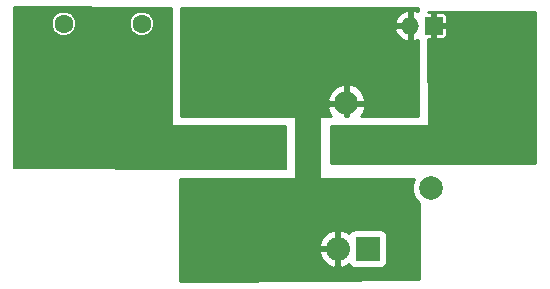
<source format=gbl>
G04 #@! TF.FileFunction,Copper,L2,Bot,Signal*
%FSLAX46Y46*%
G04 Gerber Fmt 4.6, Leading zero omitted, Abs format (unit mm)*
G04 Created by KiCad (PCBNEW 0.201503210816+5526~22~ubuntu14.10.1-product) date Mon 23 Mar 2015 01:39:21 PM EDT*
%MOMM*%
G01*
G04 APERTURE LIST*
%ADD10C,0.100000*%
%ADD11R,2.032000X2.032000*%
%ADD12O,2.032000X2.032000*%
%ADD13C,1.600000*%
%ADD14R,1.500000X1.500000*%
%ADD15O,1.500000X1.500000*%
%ADD16C,1.998980*%
%ADD17C,0.685800*%
%ADD18C,0.152400*%
%ADD19C,0.254000*%
G04 APERTURE END LIST*
D10*
D11*
X175006000Y-117703600D03*
D12*
X172466000Y-117703600D03*
D13*
X155868760Y-98643440D03*
X149268760Y-98643440D03*
D14*
X180594000Y-98806000D03*
D15*
X178594000Y-98806000D03*
D16*
X173191898Y-105373898D03*
X180376102Y-112558102D03*
D17*
X178435000Y-100965000D03*
X178435000Y-102870000D03*
X160655000Y-99695000D03*
X160655000Y-97790000D03*
X163195000Y-97790000D03*
X163195000Y-99695000D03*
X163195000Y-101600000D03*
X163195000Y-103505000D03*
X163195000Y-105410000D03*
X165735000Y-105410000D03*
X165735000Y-103505000D03*
X165735000Y-101600000D03*
X165735000Y-99695000D03*
X165735000Y-97790000D03*
X168275000Y-97790000D03*
X168275000Y-99695000D03*
X168275000Y-101600000D03*
X168275000Y-103505000D03*
X168275000Y-105410000D03*
X170815000Y-105410000D03*
X170815000Y-103505000D03*
X170815000Y-101600000D03*
X170815000Y-99695000D03*
X170815000Y-97790000D03*
X173355000Y-97790000D03*
X173355000Y-99695000D03*
X173355000Y-101600000D03*
X173355000Y-103505000D03*
X175895000Y-105410000D03*
X175895000Y-103505000D03*
X175895000Y-101600000D03*
X175895000Y-99695000D03*
X175895000Y-97790000D03*
X160655000Y-103505000D03*
X160655000Y-101600000D03*
X170180000Y-106680000D03*
X170180000Y-108585000D03*
X170180000Y-110490000D03*
X170180000Y-112395000D03*
X170180000Y-114300000D03*
X167640000Y-114300000D03*
X165100000Y-114300000D03*
X160020000Y-116205000D03*
X162560000Y-116205000D03*
X165735000Y-116205000D03*
X168910000Y-116205000D03*
X170180000Y-118110000D03*
X167640000Y-118110000D03*
X164465000Y-118110000D03*
X161290000Y-118110000D03*
X160020000Y-120015000D03*
X163195000Y-120015000D03*
X166370000Y-120015000D03*
X169545000Y-120015000D03*
X173355000Y-120015000D03*
X176530000Y-120015000D03*
X177165000Y-116840000D03*
X177165000Y-114935000D03*
X175895000Y-113030000D03*
X156845000Y-107950000D03*
X159385000Y-107950000D03*
X161925000Y-107950000D03*
X164465000Y-107950000D03*
X167005000Y-107950000D03*
X164465000Y-109855000D03*
X161925000Y-109855000D03*
X159385000Y-109855000D03*
X156845000Y-109855000D03*
X153670000Y-109855000D03*
X151130000Y-109855000D03*
X148590000Y-109855000D03*
X146050000Y-109855000D03*
X146050000Y-107950000D03*
X146050000Y-106045000D03*
X146050000Y-104140000D03*
X154305000Y-108585000D03*
X152400000Y-108585000D03*
X149860000Y-108585000D03*
X147955000Y-108585000D03*
X157480000Y-103505000D03*
X155575000Y-103505000D03*
X184150000Y-102235000D03*
X183515000Y-100330000D03*
X185420000Y-100330000D03*
X187960000Y-100330000D03*
X187960000Y-98425000D03*
X185420000Y-98425000D03*
X183515000Y-98425000D03*
X181610000Y-102235000D03*
X184785000Y-109855000D03*
X182245000Y-109855000D03*
X180340000Y-109220000D03*
X177165000Y-109220000D03*
X174625000Y-109220000D03*
X173355000Y-107950000D03*
X175895000Y-107950000D03*
X178435000Y-107950000D03*
X180975000Y-107950000D03*
X183515000Y-107950000D03*
X186055000Y-107950000D03*
X188595000Y-107950000D03*
X188595000Y-106045000D03*
X186690000Y-106045000D03*
X184150000Y-106045000D03*
X183515000Y-104140000D03*
X185420000Y-104140000D03*
X187960000Y-104140000D03*
X186690000Y-102235000D03*
X187960000Y-109855000D03*
D18*
X178435000Y-100965000D02*
X178435000Y-102870000D01*
X160655000Y-99695000D02*
X160655000Y-97790000D01*
X163195000Y-97790000D02*
X163195000Y-99695000D01*
X163195000Y-101600000D02*
X163195000Y-103505000D01*
X163195000Y-105410000D02*
X165735000Y-105410000D01*
X165735000Y-103505000D02*
X165735000Y-101600000D01*
X165735000Y-99695000D02*
X165735000Y-97790000D01*
X168275000Y-97790000D02*
X168275000Y-99695000D01*
X168275000Y-101600000D02*
X168275000Y-103505000D01*
X168275000Y-105410000D02*
X170815000Y-105410000D01*
X170815000Y-103505000D02*
X170815000Y-101600000D01*
X170815000Y-99695000D02*
X170815000Y-97790000D01*
X173355000Y-97790000D02*
X173355000Y-99695000D01*
X173355000Y-101600000D02*
X173355000Y-103505000D01*
X173355000Y-105410000D02*
X175895000Y-105410000D01*
X175895000Y-103505000D02*
X175895000Y-101600000D01*
X175895000Y-99695000D02*
X175895000Y-97790000D01*
X160655000Y-103505000D02*
X160655000Y-101600000D01*
X170180000Y-106680000D02*
X170180000Y-108585000D01*
X170180000Y-110490000D02*
X170180000Y-112395000D01*
X170180000Y-114300000D02*
X167640000Y-114300000D01*
X165100000Y-114300000D02*
X163195000Y-114300000D01*
X163195000Y-114300000D02*
X161925000Y-115570000D01*
X161925000Y-115570000D02*
X160655000Y-115570000D01*
X160655000Y-115570000D02*
X160020000Y-116205000D01*
X162560000Y-116205000D02*
X165735000Y-116205000D01*
X168910000Y-116205000D02*
X170180000Y-117475000D01*
X170180000Y-117475000D02*
X170180000Y-118110000D01*
X167640000Y-118110000D02*
X164465000Y-118110000D01*
X161290000Y-118110000D02*
X160020000Y-119380000D01*
X160020000Y-119380000D02*
X160020000Y-120015000D01*
X163195000Y-120015000D02*
X166370000Y-120015000D01*
X169545000Y-120015000D02*
X173355000Y-120015000D01*
X176530000Y-120015000D02*
X177165000Y-119380000D01*
X177165000Y-119380000D02*
X177165000Y-116840000D01*
X177165000Y-114935000D02*
X175895000Y-113665000D01*
X175895000Y-113665000D02*
X175895000Y-113030000D01*
X156845000Y-107950000D02*
X159385000Y-107950000D01*
X161925000Y-107950000D02*
X164465000Y-107950000D01*
X167005000Y-107950000D02*
X165100000Y-109855000D01*
X165100000Y-109855000D02*
X164465000Y-109855000D01*
X161925000Y-109855000D02*
X159385000Y-109855000D01*
X156845000Y-109855000D02*
X153670000Y-109855000D01*
X151130000Y-109855000D02*
X148590000Y-109855000D01*
X146050000Y-109855000D02*
X146050000Y-107950000D01*
X146050000Y-106045000D02*
X146050000Y-104140000D01*
X154305000Y-108585000D02*
X152400000Y-108585000D01*
X149860000Y-108585000D02*
X147955000Y-108585000D01*
X157480000Y-103505000D02*
X155575000Y-103505000D01*
X181610000Y-102235000D02*
X184150000Y-102235000D01*
X185420000Y-100330000D02*
X183515000Y-100330000D01*
X187960000Y-98425000D02*
X187960000Y-100330000D01*
X183515000Y-98425000D02*
X185420000Y-98425000D01*
X187960000Y-109855000D02*
X184785000Y-109855000D01*
X180975000Y-109855000D02*
X182245000Y-109855000D01*
X180340000Y-109220000D02*
X180975000Y-109855000D01*
X174625000Y-109220000D02*
X177165000Y-109220000D01*
X175895000Y-107950000D02*
X173355000Y-107950000D01*
X180975000Y-107950000D02*
X178435000Y-107950000D01*
X186055000Y-107950000D02*
X183515000Y-107950000D01*
X188595000Y-106045000D02*
X188595000Y-107950000D01*
X184150000Y-106045000D02*
X186690000Y-106045000D01*
X185420000Y-104140000D02*
X183515000Y-104140000D01*
X187960000Y-103505000D02*
X187960000Y-104140000D01*
X186690000Y-102235000D02*
X187960000Y-103505000D01*
G36*
X168071800Y-110921717D02*
X156897538Y-110909479D01*
X156897538Y-98439737D01*
X156741273Y-98061546D01*
X156452176Y-97771944D01*
X156074259Y-97615019D01*
X155665057Y-97614662D01*
X155286866Y-97770927D01*
X154997264Y-98060024D01*
X154840339Y-98437941D01*
X154839982Y-98847143D01*
X154996247Y-99225334D01*
X155285344Y-99514936D01*
X155663261Y-99671861D01*
X156072463Y-99672218D01*
X156450654Y-99515953D01*
X156740256Y-99226856D01*
X156897181Y-98848939D01*
X156897538Y-98439737D01*
X156897538Y-110909479D01*
X150297538Y-110902252D01*
X150297538Y-98439737D01*
X150141273Y-98061546D01*
X149852176Y-97771944D01*
X149474259Y-97615019D01*
X149065057Y-97614662D01*
X148686866Y-97770927D01*
X148397264Y-98060024D01*
X148240339Y-98437941D01*
X148239982Y-98847143D01*
X148396247Y-99225334D01*
X148685344Y-99514936D01*
X149063261Y-99671861D01*
X149472463Y-99672218D01*
X149850654Y-99515953D01*
X150140256Y-99226856D01*
X150297181Y-98848939D01*
X150297538Y-98439737D01*
X150297538Y-110902252D01*
X145058600Y-110896515D01*
X145058600Y-97256798D01*
X158420186Y-97281858D01*
X158470987Y-107264200D01*
X168071800Y-107264200D01*
X168071800Y-110921717D01*
X168071800Y-110921717D01*
G37*
X168071800Y-110921717D02*
X156897538Y-110909479D01*
X156897538Y-98439737D01*
X156741273Y-98061546D01*
X156452176Y-97771944D01*
X156074259Y-97615019D01*
X155665057Y-97614662D01*
X155286866Y-97770927D01*
X154997264Y-98060024D01*
X154840339Y-98437941D01*
X154839982Y-98847143D01*
X154996247Y-99225334D01*
X155285344Y-99514936D01*
X155663261Y-99671861D01*
X156072463Y-99672218D01*
X156450654Y-99515953D01*
X156740256Y-99226856D01*
X156897181Y-98848939D01*
X156897538Y-98439737D01*
X156897538Y-110909479D01*
X150297538Y-110902252D01*
X150297538Y-98439737D01*
X150141273Y-98061546D01*
X149852176Y-97771944D01*
X149474259Y-97615019D01*
X149065057Y-97614662D01*
X148686866Y-97770927D01*
X148397264Y-98060024D01*
X148240339Y-98437941D01*
X148239982Y-98847143D01*
X148396247Y-99225334D01*
X148685344Y-99514936D01*
X149063261Y-99671861D01*
X149472463Y-99672218D01*
X149850654Y-99515953D01*
X150140256Y-99226856D01*
X150297181Y-98848939D01*
X150297538Y-98439737D01*
X150297538Y-110902252D01*
X145058600Y-110896515D01*
X145058600Y-97256798D01*
X158420186Y-97281858D01*
X158470987Y-107264200D01*
X168071800Y-107264200D01*
X168071800Y-110921717D01*
D19*
G36*
X179324000Y-120269786D02*
X176669440Y-120286274D01*
X176669440Y-118719600D01*
X176669440Y-116687600D01*
X176622463Y-116445477D01*
X176482673Y-116232673D01*
X176271640Y-116090223D01*
X176022000Y-116040160D01*
X173990000Y-116040160D01*
X173747877Y-116087137D01*
X173535073Y-116226927D01*
X173427262Y-116386643D01*
X173330818Y-116297215D01*
X172848944Y-116097625D01*
X172593000Y-116216764D01*
X172593000Y-117576600D01*
X172613000Y-117576600D01*
X172613000Y-117830600D01*
X172593000Y-117830600D01*
X172593000Y-119190436D01*
X172848944Y-119309575D01*
X173330818Y-119109985D01*
X173427835Y-119020025D01*
X173529327Y-119174527D01*
X173740360Y-119316977D01*
X173990000Y-119367040D01*
X176022000Y-119367040D01*
X176264123Y-119320063D01*
X176476927Y-119180273D01*
X176619377Y-118969240D01*
X176669440Y-118719600D01*
X176669440Y-120286274D01*
X172339000Y-120313171D01*
X172339000Y-119190436D01*
X172339000Y-117830600D01*
X172339000Y-117576600D01*
X172339000Y-116216764D01*
X172083056Y-116097625D01*
X171601182Y-116297215D01*
X171128812Y-116735221D01*
X170860017Y-117320654D01*
X170978633Y-117576600D01*
X172339000Y-117576600D01*
X172339000Y-117830600D01*
X170978633Y-117830600D01*
X170860017Y-118086546D01*
X171128812Y-118671979D01*
X171601182Y-119109985D01*
X172083056Y-119309575D01*
X172339000Y-119190436D01*
X172339000Y-120313171D01*
X159131000Y-120395209D01*
X159131000Y-111760000D01*
X168973500Y-111760000D01*
X168973500Y-106426000D01*
X159194500Y-106426000D01*
X159194500Y-99822000D01*
X159194500Y-99568000D01*
X159194500Y-97345500D01*
X179260500Y-97345500D01*
X179260500Y-97598422D01*
X178935185Y-97463682D01*
X178721000Y-97586344D01*
X178721000Y-98679000D01*
X178741000Y-98679000D01*
X178741000Y-98933000D01*
X178721000Y-98933000D01*
X178721000Y-100025656D01*
X178935185Y-100148318D01*
X179260500Y-100013577D01*
X179260500Y-106426000D01*
X178467000Y-106426000D01*
X178467000Y-100025656D01*
X178467000Y-98933000D01*
X178467000Y-98679000D01*
X178467000Y-97586344D01*
X178252815Y-97463682D01*
X177886086Y-97615575D01*
X177484417Y-97977098D01*
X177251672Y-98464813D01*
X177373575Y-98679000D01*
X178467000Y-98679000D01*
X178467000Y-98933000D01*
X177373575Y-98933000D01*
X177251672Y-99147187D01*
X177484417Y-99634902D01*
X177886086Y-99996425D01*
X178252815Y-100148318D01*
X178467000Y-100025656D01*
X178467000Y-106426000D01*
X174445439Y-106426000D01*
X174610862Y-106247856D01*
X174813239Y-105759276D01*
X174813239Y-104988520D01*
X174542344Y-104397395D01*
X174065856Y-103954934D01*
X173577276Y-103752557D01*
X173318898Y-103871494D01*
X173318898Y-105246898D01*
X174694302Y-105246898D01*
X174813239Y-104988520D01*
X174813239Y-105759276D01*
X174694302Y-105500898D01*
X173498506Y-105500898D01*
X173385647Y-105388039D01*
X173206039Y-105567647D01*
X173318898Y-105680506D01*
X173318898Y-106426000D01*
X173064898Y-106426000D01*
X173064898Y-105680506D01*
X173177757Y-105567647D01*
X173064898Y-105454788D01*
X173064898Y-105246898D01*
X173064898Y-103871494D01*
X172806520Y-103752557D01*
X172215395Y-104023452D01*
X171772934Y-104499940D01*
X171570557Y-104988520D01*
X171689494Y-105246898D01*
X173064898Y-105246898D01*
X173064898Y-105454788D01*
X172998149Y-105388039D01*
X172885289Y-105500898D01*
X171689494Y-105500898D01*
X171570557Y-105759276D01*
X171841452Y-106350401D01*
X171922864Y-106426000D01*
X170878500Y-106426000D01*
X170878500Y-111760000D01*
X178937702Y-111760000D01*
X178741896Y-112231555D01*
X178741328Y-112881796D01*
X178989640Y-113482757D01*
X179324000Y-113817700D01*
X179324000Y-120269786D01*
X179324000Y-120269786D01*
G37*
X179324000Y-120269786D02*
X176669440Y-120286274D01*
X176669440Y-118719600D01*
X176669440Y-116687600D01*
X176622463Y-116445477D01*
X176482673Y-116232673D01*
X176271640Y-116090223D01*
X176022000Y-116040160D01*
X173990000Y-116040160D01*
X173747877Y-116087137D01*
X173535073Y-116226927D01*
X173427262Y-116386643D01*
X173330818Y-116297215D01*
X172848944Y-116097625D01*
X172593000Y-116216764D01*
X172593000Y-117576600D01*
X172613000Y-117576600D01*
X172613000Y-117830600D01*
X172593000Y-117830600D01*
X172593000Y-119190436D01*
X172848944Y-119309575D01*
X173330818Y-119109985D01*
X173427835Y-119020025D01*
X173529327Y-119174527D01*
X173740360Y-119316977D01*
X173990000Y-119367040D01*
X176022000Y-119367040D01*
X176264123Y-119320063D01*
X176476927Y-119180273D01*
X176619377Y-118969240D01*
X176669440Y-118719600D01*
X176669440Y-120286274D01*
X172339000Y-120313171D01*
X172339000Y-119190436D01*
X172339000Y-117830600D01*
X172339000Y-117576600D01*
X172339000Y-116216764D01*
X172083056Y-116097625D01*
X171601182Y-116297215D01*
X171128812Y-116735221D01*
X170860017Y-117320654D01*
X170978633Y-117576600D01*
X172339000Y-117576600D01*
X172339000Y-117830600D01*
X170978633Y-117830600D01*
X170860017Y-118086546D01*
X171128812Y-118671979D01*
X171601182Y-119109985D01*
X172083056Y-119309575D01*
X172339000Y-119190436D01*
X172339000Y-120313171D01*
X159131000Y-120395209D01*
X159131000Y-111760000D01*
X168973500Y-111760000D01*
X168973500Y-106426000D01*
X159194500Y-106426000D01*
X159194500Y-99822000D01*
X159194500Y-99568000D01*
X159194500Y-97345500D01*
X179260500Y-97345500D01*
X179260500Y-97598422D01*
X178935185Y-97463682D01*
X178721000Y-97586344D01*
X178721000Y-98679000D01*
X178741000Y-98679000D01*
X178741000Y-98933000D01*
X178721000Y-98933000D01*
X178721000Y-100025656D01*
X178935185Y-100148318D01*
X179260500Y-100013577D01*
X179260500Y-106426000D01*
X178467000Y-106426000D01*
X178467000Y-100025656D01*
X178467000Y-98933000D01*
X178467000Y-98679000D01*
X178467000Y-97586344D01*
X178252815Y-97463682D01*
X177886086Y-97615575D01*
X177484417Y-97977098D01*
X177251672Y-98464813D01*
X177373575Y-98679000D01*
X178467000Y-98679000D01*
X178467000Y-98933000D01*
X177373575Y-98933000D01*
X177251672Y-99147187D01*
X177484417Y-99634902D01*
X177886086Y-99996425D01*
X178252815Y-100148318D01*
X178467000Y-100025656D01*
X178467000Y-106426000D01*
X174445439Y-106426000D01*
X174610862Y-106247856D01*
X174813239Y-105759276D01*
X174813239Y-104988520D01*
X174542344Y-104397395D01*
X174065856Y-103954934D01*
X173577276Y-103752557D01*
X173318898Y-103871494D01*
X173318898Y-105246898D01*
X174694302Y-105246898D01*
X174813239Y-104988520D01*
X174813239Y-105759276D01*
X174694302Y-105500898D01*
X173498506Y-105500898D01*
X173385647Y-105388039D01*
X173206039Y-105567647D01*
X173318898Y-105680506D01*
X173318898Y-106426000D01*
X173064898Y-106426000D01*
X173064898Y-105680506D01*
X173177757Y-105567647D01*
X173064898Y-105454788D01*
X173064898Y-105246898D01*
X173064898Y-103871494D01*
X172806520Y-103752557D01*
X172215395Y-104023452D01*
X171772934Y-104499940D01*
X171570557Y-104988520D01*
X171689494Y-105246898D01*
X173064898Y-105246898D01*
X173064898Y-105454788D01*
X172998149Y-105388039D01*
X172885289Y-105500898D01*
X171689494Y-105500898D01*
X171570557Y-105759276D01*
X171841452Y-106350401D01*
X171922864Y-106426000D01*
X170878500Y-106426000D01*
X170878500Y-111760000D01*
X178937702Y-111760000D01*
X178741896Y-112231555D01*
X178741328Y-112881796D01*
X178989640Y-113482757D01*
X179324000Y-113817700D01*
X179324000Y-120269786D01*
G36*
X189204600Y-110464600D02*
X181725000Y-110464600D01*
X181725000Y-99631786D01*
X181725000Y-99028250D01*
X181725000Y-98583750D01*
X181725000Y-97980214D01*
X181666996Y-97840180D01*
X181559819Y-97733004D01*
X181419785Y-97675000D01*
X181268214Y-97675000D01*
X180816250Y-97675000D01*
X180721000Y-97770250D01*
X180721000Y-98679000D01*
X181629750Y-98679000D01*
X181725000Y-98583750D01*
X181725000Y-99028250D01*
X181629750Y-98933000D01*
X180721000Y-98933000D01*
X180721000Y-99841750D01*
X180816250Y-99937000D01*
X181268214Y-99937000D01*
X181419785Y-99937000D01*
X181559819Y-99878996D01*
X181666996Y-99771820D01*
X181725000Y-99631786D01*
X181725000Y-110464600D01*
X171881800Y-110464600D01*
X171881800Y-107264200D01*
X180162870Y-107264200D01*
X180124305Y-99937000D01*
X180371750Y-99937000D01*
X180467000Y-99841750D01*
X180467000Y-98933000D01*
X180447000Y-98933000D01*
X180447000Y-98679000D01*
X180467000Y-98679000D01*
X180467000Y-97770250D01*
X180371750Y-97675000D01*
X180112400Y-97675000D01*
X180112070Y-97612200D01*
X189204600Y-97612200D01*
X189204600Y-110464600D01*
X189204600Y-110464600D01*
G37*
X189204600Y-110464600D02*
X181725000Y-110464600D01*
X181725000Y-99631786D01*
X181725000Y-99028250D01*
X181725000Y-98583750D01*
X181725000Y-97980214D01*
X181666996Y-97840180D01*
X181559819Y-97733004D01*
X181419785Y-97675000D01*
X181268214Y-97675000D01*
X180816250Y-97675000D01*
X180721000Y-97770250D01*
X180721000Y-98679000D01*
X181629750Y-98679000D01*
X181725000Y-98583750D01*
X181725000Y-99028250D01*
X181629750Y-98933000D01*
X180721000Y-98933000D01*
X180721000Y-99841750D01*
X180816250Y-99937000D01*
X181268214Y-99937000D01*
X181419785Y-99937000D01*
X181559819Y-99878996D01*
X181666996Y-99771820D01*
X181725000Y-99631786D01*
X181725000Y-110464600D01*
X171881800Y-110464600D01*
X171881800Y-107264200D01*
X180162870Y-107264200D01*
X180124305Y-99937000D01*
X180371750Y-99937000D01*
X180467000Y-99841750D01*
X180467000Y-98933000D01*
X180447000Y-98933000D01*
X180447000Y-98679000D01*
X180467000Y-98679000D01*
X180467000Y-97770250D01*
X180371750Y-97675000D01*
X180112400Y-97675000D01*
X180112070Y-97612200D01*
X189204600Y-97612200D01*
X189204600Y-110464600D01*
M02*

</source>
